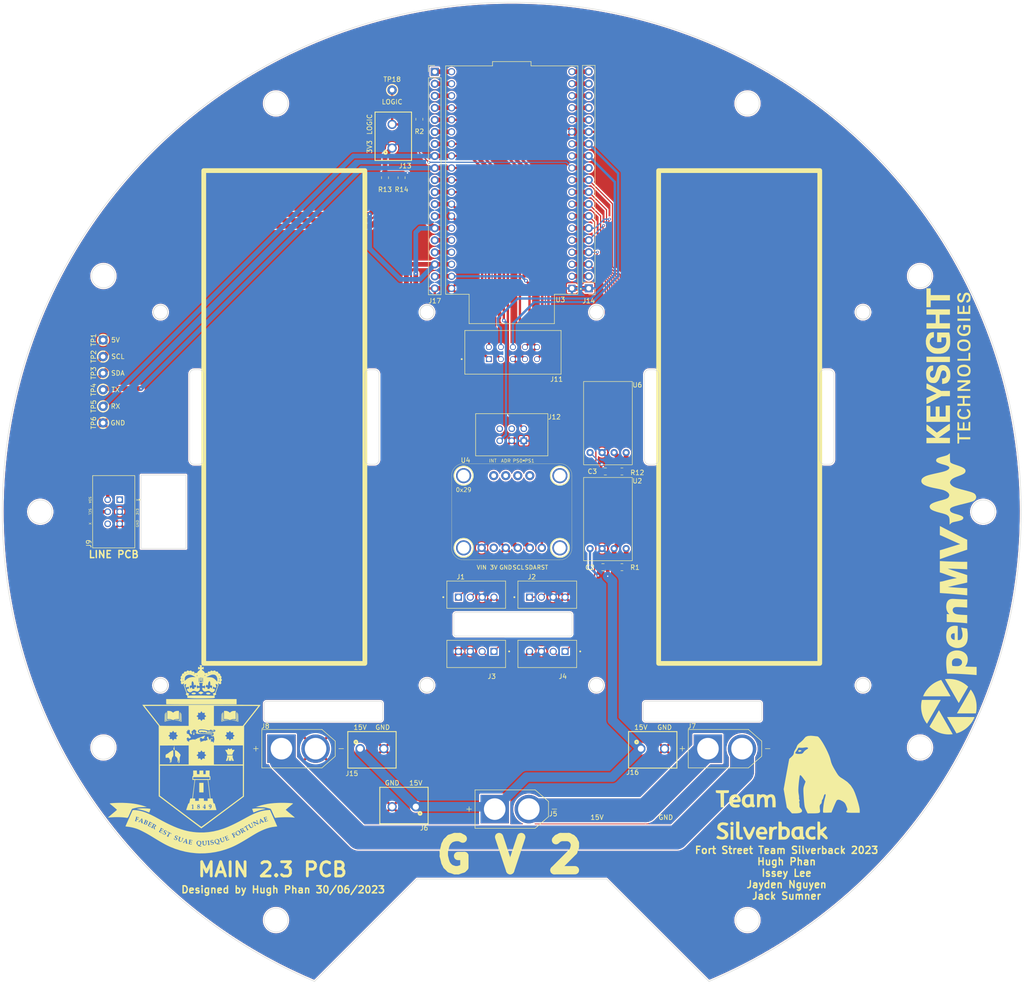
<source format=kicad_pcb>
(kicad_pcb (version 20211014) (generator pcbnew)
  (layers (0 "F.Cu" signal) (31 "B.Cu" signal) (34 "B.Paste" user) (35 "F.Paste" user) (36 "B.SilkS" user "B.Silkscreen") (37 "F.SilkS" user "F.Silkscreen") (38 "B.Mask" user) (39 "F.Mask" user) (44 "Edge.Cuts" user))
  (net 0 "")
  (net 1 "+15V")
  (net 2 "GND")
  (net 3 "/M1ENCB")
  (net 4 "/M1ENCA")
  (net 5 "/M2ENCB")
  (net 6 "/M2ENCA")
  (net 7 "/M3ENCB")
  (net 8 "/M3ENCA")
  (net 9 "/M4ENCB")
  (net 10 "/M4ENCA")
  (net 11 "Net-(J5-PadN)")
  (net 12 "Net-(J7-PadN)")
  (net 13 "+3.3V")
  (net 14 "/SDA")
  (net 15 "/SCL")
  (net 17 "/DIR1 (1)")
  (net 18 "/PWM1 (1)")
  (net 19 "/DIR2 (2)")
  (net 20 "/PWM2 (2)")
  (net 21 "/DIR1 (3)")
  (net 22 "/PWM1 (3)")
  (net 23 "/DIR2 (4)")
  (net 24 "/PWM2 (4)")
  (net 25 "/TX")
  (net 26 "/RX")
  (net 29 "/LOGIC_SWTICH")
  (net 30 "Net-(J14-Pad19)")
  (net 31 "Net-(J14-Pad2)")
  (net 32 "Net-(J17-Pad15)")
  (net 33 "Net-(J17-Pad16)")
  (net 34 "Net-(J14-Pad15)")
  (net 35 "Net-(J14-Pad16)")
  (net 36 "Net-(J14-Pad17)")
  (net 37 "Net-(J14-Pad18)")
  (net 38 "Net-(J17-Pad1)")
  (net 39 "Net-(J17-Pad2)")
  (net 40 "Net-(J17-Pad3)")
  (net 41 "/RST")
  (net 42 "Net-(J17-Pad6)")
  (net 43 "Net-(R1-Pad1)")
  (net 50 "Net-(R12-Pad1)")
  (footprint "2.3 PCBs:Adafruit IMU BNO055" (layer "F.Cu") (at 200 150)
    (fp_text reference "U4")
    (fp_text value "Adafruit_BNO055_STEMMA_QT")
  )
  (footprint "Capacitor_SMD:C_0805_2012Metric" (layer "F.Cu") (at 219.75 141.5 180)
    (fp_text reference "C3")
    (fp_text value "10UF")
  )
  (footprint "Capacitor_SMD:C_0805_2012Metric" (layer "F.Cu") (at 219.25 161.7 180)
    (fp_text reference "C2")
    (fp_text value "10UF")
  )
  (footprint "Box IDC header 2x3:Box IDC header 2x3" (layer "F.Cu") (at 116 150 -90)
    (fp_text reference "J9")
    (fp_text value "Line PCB")
  )
  (footprint "XT60-M:XT60-M" (layer "F.Cu") (at 200 212.75)
    (fp_text reference "J5")
    (fp_text value "XT60-M")
  )
  (footprint "TestPoint:TestPoint_THTPad_D2.0mm_Drill1.0mm" (layer "F.Cu") (at 113.75 131.25 90)
    (fp_text reference "TP6")
    (fp_text value "TestPoint - GND")
  )
  (footprint "TestPoint:TestPoint_THTPad_D2.0mm_Drill1.0mm" (layer "F.Cu") (at 113.75 113.75 90)
    (fp_text reference "TP1")
    (fp_text value "TestPoint - 3V3")
  )
  (footprint "B4B-XH-A_LF__SN_:JST_B4B-XH-A(LF)(SN)" (layer "F.Cu") (at 207.5 180 180)
    (fp_text reference "J4")
    (fp_text value "JST-XH M4 ENC")
  )
  (footprint "2.3 PCBs:MPM3610 3.3V Buck Converter Breakout - 21V In 3.3V Out at 1.2A" (layer "F.Cu") (at 215.25 142.855)
    (fp_text reference "U2")
    (fp_text value "MPM3610_3.3V_Buck_Converter_Breakout_-_21V_In_3.3V_Out_at_1.2A")
  )
  (footprint "LOGO" (layer "F.Cu") (at 292.25 127.5 90)
    (fp_text reference "G***" hide)
    (fp_text value "LOGO" hide)
  )
  (footprint "TestPoint:TestPoint_THTPad_D2.0mm_Drill1.0mm" (layer "F.Cu") (at 113.75 124.25 90)
    (fp_text reference "TP4")
    (fp_text value "TestPoint - TX")
  )
  (footprint "Connector_PinHeader_2.54mm:PinHeader_1x19_P2.54mm_Vertical" (layer "F.Cu") (at 183.75 57.15)
    (fp_text reference "J17")
    (fp_text value "Conn_01x19_Male")
  )
  (footprint "XT60-M:XT60-M" (layer "F.Cu") (at 245 200)
    (fp_text reference "J7")
    (fp_text value "XT60-M")
  )
  (footprint "TestPoint:TestPoint_THTPad_D2.0mm_Drill1.0mm" (layer "F.Cu") (at 174.75 61)
    (fp_text reference "TP18")
    (fp_text value "LOGIC_SWITCH")
  )
  (footprint "5mm Pitch 2-Pin Screw Terminal Block:5mm Pitch 2-Pin Screw Terminal Block" (layer "F.Cu") (at 174.75 70.75 90)
    (property "VALUE" "691137710002")
    (fp_text reference "J13")
    (fp_text value "Logic Switch")
  )
  (footprint "Connector_PinHeader_2.54mm:PinHeader_1x19_P2.54mm_Vertical" (layer "F.Cu") (at 216.25 102.85 180)
    (fp_text reference "J14")
    (fp_text value "Conn_01x19_Male")
  )
  (footprint "Resistor_SMD:R_0805_2012Metric" (layer "F.Cu") (at 180.5 67.1625 -90)
    (fp_text reference "R2")
    (fp_text value "10K")
  )
  (footprint "TestPoint:TestPoint_THTPad_D2.0mm_Drill1.0mm" (layer "F.Cu") (at 113.75 117.25 90)
    (fp_text reference "TP2")
    (fp_text value "TestPoint - SCL")
  )
  (footprint "LOGO" (layer "F.Cu") (at 292.25 175 90)
    (fp_text reference "G***" hide)
    (fp_text value "LOGO" hide)
  )
  (footprint "TestPoint:TestPoint_THTPad_D2.0mm_Drill1.0mm" (layer "F.Cu") (at 113.75 127.75 90)
    (fp_text reference "TP5")
    (fp_text value "TestPoint - RX")
  )
  (footprint "5mm Pitch 2-Pin Screw Terminal Block:5mm Pitch 2-Pin Screw Terminal Block" (layer "F.Cu") (at 177.25 212.25 180)
    (property "VALUE" "691137710002")
    (fp_text reference "J6")
    (fp_text value "Voltmeter")
  )
  (footprint "5mm Pitch 2-Pin Screw Terminal Block:5mm Pitch 2-Pin Screw Terminal Block" (layer "F.Cu") (at 170.5 200)
    (property "VALUE" "691137710002")
    (fp_text reference "J15")
    (fp_text value "Motor Driver 1 Power")
  )
  (footprint "2.3 PCBs:MPM3610 3.3V Buck Converter Breakout - 21V In 3.3V Out at 1.2A" (layer "F.Cu") (at 215.25 122.605)
    (fp_text reference "U6")
    (fp_text value "MPM3610_3.3V_Buck_Converter_Breakout_-_21V_In_3.3V_Out_at_1.2A")
  )
  (footprint "LOGO" (layer "F.Cu") (at 134.5 202.25)
    (fp_text reference "G***" hide)
    (fp_text value "LOGO" hide)
  )
  (footprint "Resistor_SMD:R_0805_2012Metric" (layer "F.Cu") (at 223.25 161.7 180)
    (fp_text reference "R1")
    (fp_text value "100K")
  )
  (footprint "ESP32-DEVKITC:MODULE_ESP32-DEVKITC" (layer "F.Cu") (at 200 80 180)
    (fp_text reference "U3")
    (fp_text value "ESP32-DEVKITC")
  )
  (footprint "B4B-XH-A_LF__SN_:JST_B4B-XH-A(LF)(SN)" (layer "F.Cu") (at 192.5 180 180)
    (fp_text reference "J3")
    (fp_text value "JST-XH M3 ENC")
  )
  (footprint "Box IDC header 2x5:Box IDC header 2x5" (layer "F.Cu") (at 195.17 117.79)
    (fp_text reference "J11")
    (fp_text value "Motor Driver Inputs")
  )
  (footprint "Resistor_SMD:R_0805_2012Metric" (layer "F.Cu") (at 176.75 79.5 90)
    (fp_text reference "R14")
    (fp_text value "10K")
  )
  (footprint "B4B-XH-A_LF__SN_:JST_B4B-XH-A(LF)(SN)" (layer "F.Cu") (at 192.5 167.5)
    (fp_text reference "J1")
    (fp_text value "JST-XH M1 ENC")
  )
  (footprint "LOGO" (layer "F.Cu") (at 256.510274 198.109473)
    (fp_text reference "G***" hide)
    (fp_text value "LOGO" hide)
  )
  (footprint "B4B-XH-A_LF__SN_:JST_B4B-XH-A(LF)(SN)" (layer "F.Cu") (at 207.5 167.5)
    (fp_text reference "J2")
    (fp_text value "JST-XH M2 ENC")
  )
  (footprint "Resistor_SMD:R_0805_2012Metric" (layer "F.Cu") (at 173.25 79.5 90)
    (fp_text reference "R13")
    (fp_text value "10K")
  )
  (footprint "Resistor_SMD:R_0805_2012Metric" (layer "F.Cu") (at 223.25 141.5 180)
    (fp_text reference "R12")
    (fp_text value "100K")
  )
  (footprint "XT60-M:XT60-M" (layer "F.Cu") (at 155 200)
    (fp_text reference "J8")
    (fp_text value "XT60-M")
  )
  (footprint "TestPoint:TestPoint_THTPad_D2.0mm_Drill1.0mm" (layer "F.Cu") (at 113.75 120.75 90)
    (fp_text reference "TP3")
    (fp_text value "TestPoint - SDA")
  )
  (footprint "5mm Pitch 2-Pin Screw Terminal Block:5mm Pitch 2-Pin Screw Terminal Block" (layer "F.Cu") (at 229.75 200)
    (property "VALUE" "691137710002")
    (fp_text reference "J16")
    (fp_text value "Motor Driver 2 Power")
  )
  (footprint "Box IDC header 2x3:Box IDC header 2x3" (layer "F.Cu") (at 200 133.75 180)
    (fp_text reference "J12")
    (fp_text value "OpenMV H7")
  )
  (gr_rect (start 135 78) (end 169 182) (layer "F.SilkS") (width 1) (fill none))
  (gr_rect (start 231 78) (end 265 182) (layer "F.SilkS") (width 1) (fill none))
  (gr_circle (center 100.5 150) (end 103 150) (layer "Edge.Cuts") (width 0.1) (fill none))
  (gr_arc (start 228.25 194.25) (mid 227.896447 194.103553) (end 227.75 193.75) (layer "Edge.Cuts") (width 0.1))
  (gr_line (start 158.38266 249.11734) (end 180 227.5) (layer "Edge.Cuts") (width 0.1))
  (gr_arc (start 133 140) (mid 132.292893 139.707107) (end 132 139) (layer "Edge.Cuts") (width 0.1))
  (gr_rect (start 131.25 142.25) (end 121.75 157.75) (layer "Edge.Cuts") (width 0.1) (fill none))
  (gr_circle (center 150.25 236.169528) (end 152.75 236.169528) (layer "Edge.Cuts") (width 0.1) (fill none))
  (gr_line (start 212.75 175.75) (end 212.75 171.75) (layer "Edge.Cuts") (width 0.1))
  (gr_line (start 148.25 194.25) (end 172.25 194.25) (layer "Edge.Cuts") (width 0.1))
  (gr_circle (center 182.12 186.62) (end 183.62 186.62) (layer "Edge.Cuts") (width 0.15) (fill none))
  (gr_circle (center 125.88 107.88) (end 127.38 107.88) (layer "Edge.Cuts") (width 0.15) (fill none))
  (gr_line (start 228.25 194.25) (end 252.25 194.25) (layer "Edge.Cuts") (width 0.1))
  (gr_arc (start 172 139) (mid 171.707107 139.707107) (end 171 140) (layer "Edge.Cuts") (width 0.1))
  (gr_line (start 133 140) (end 134 140) (layer "Edge.Cuts") (width 0.1))
  (gr_line (start 266 120) (end 267 120) (layer "Edge.Cuts") (width 0.1))
  (gr_arc (start 169 121) (mid 169.292893 120.292893) (end 170 120) (layer "Edge.Cuts") (width 0.1))
  (gr_circle (center 150.25 63.830472) (end 152.75 63.830472) (layer "Edge.Cuts") (width 0.1) (fill none))
  (gr_arc (start 132 121) (mid 132.292893 120.292893) (end 133 120) (layer "Edge.Cuts") (width 0.1))
  (gr_line (start 227.75 190.5) (end 227.75 193.75) (layer "Edge.Cuts") (width 0.1))
  (gr_line (start 132 139) (end 132 121) (layer "Edge.Cuts") (width 0.1))
  (gr_arc (start 158.38266 249.11734) (mid 200 42.5) (end 241.61734 249.11734) (layer "Edge.Cuts") (width 0.1))
  (gr_circle (center 274.12 107.88) (end 272.62 107.88) (layer "Edge.Cuts") (width 0.15) (fill none))
  (gr_circle (center 217.88 186.62) (end 217.88 185.12) (layer "Edge.Cuts") (width 0.15) (fill none))
  (gr_line (start 172 121) (end 172 139) (layer "Edge.Cuts") (width 0.1))
  (gr_circle (center 182.12 107.88) (end 183.62 107.88) (layer "Edge.Cuts") (width 0.15) (fill none))
  (gr_arc (start 267 120) (mid 267.707107 120.292893) (end 268 121) (layer "Edge.Cuts") (width 0.1))
  (gr_circle (center 125.88 186.63) (end 127.38 186.63) (layer "Edge.Cuts") (width 0.15) (fill none))
  (gr_line (start 231 121) (end 231 139) (layer "Edge.Cuts") (width 0.1))
  (gr_line (start 188.25 176.25) (end 212.25 176.25) (layer "Edge.Cuts") (width 0.1))
  (gr_line (start 187.75 171.75) (end 187.75 175.75) (layer "Edge.Cuts") (width 0.1))
  (gr_arc (start 266 140) (mid 265.292893 139.707107) (end 265 139) (layer "Edge.Cuts") (width 0.1))
  (gr_arc (start 212.25 171.25) (mid 212.603553 171.396447) (end 212.75 171.75) (layer "Edge.Cuts") (width 0.1))
  (gr_line (start 228 139) (end 228 121) (layer "Edge.Cuts") (width 0.1))
  (gr_circle (center 286.169528 199.75) (end 288.669528 199.75) (layer "Edge.Cuts") (width 0.1) (fill none))
  (gr_line (start 265 139) (end 265 121) (layer "Edge.Cuts") (width 0.1))
  (gr_circle (center 113.830472 100.25) (end 116.330472 100.25) (layer "Edge.Cuts") (width 0.1) (fill none))
  (gr_arc (start 229 140) (mid 228.292893 139.707107) (end 228 139) (layer "Edge.Cuts") (width 0.1))
  (gr_line (start 229 140) (end 230 140) (layer "Edge.Cuts") (width 0.1))
  (gr_arc (start 252.25 190) (mid 252.603553 190.146447) (end 252.75 190.5) (layer "Edge.Cuts") (width 0.1))
  (gr_line (start 135 121) (end 135 139) (layer "Edge.Cuts") (width 0.1))
  (gr_arc (start 170 140) (mid 169.292893 139.707107) (end 169 139) (layer "Edge.Cuts") (width 0.1))
  (gr_arc (start 148.25 194.25) (mid 147.896447 194.103553) (end 147.75 193.75) (layer "Edge.Cuts") (width 0.1))
  (gr_circle (center 249.75 63.830472) (end 252.25 63.830472) (layer "Edge.Cuts") (width 0.1) (fill none))
  (gr_line (start 172.75 193.75) (end 172.75 190.5) (layer "Edge.Cuts") (width 0.1))
  (gr_line (start 172.25 190) (end 148.25 190) (layer "Edge.Cuts") (width 0.1))
  (gr_circle (center 299.5 150) (end 302 150) (layer "Edge.Cuts") (width 0.1) (fill none))
  (gr_line (start 229 120) (end 230 120) (layer "Edge.Cuts") (width 0.1))
  (gr_line (start 252.25 190) (end 228.25 190) (layer "Edge.Cuts") (width 0.1))
  (gr_line (start 268 121) (end 268 139) (layer "Edge.Cuts") (width 0.1))
  (gr_circle (center 249.75 236.169528) (end 252.25 236.169528) (layer "Edge.Cuts") (width 0.1) (fill none))
  (gr_arc (start 147.75 190.5) (mid 147.896447 190.146447) (end 148.25 190) (layer "Edge.Cuts") (width 0.1))
  (gr_arc (start 134 120) (mid 134.707107 120.292893) (end 135 121) (layer "Edge.Cuts") (width 0.1))
  (gr_arc (start 172.25 190) (mid 172.603553 190.146447) (end 172.75 190.5) (layer "Edge.Cuts") (width 0.1))
  (gr_arc (start 268 139) (mid 267.707107 139.707107) (end 267 140) (layer "Edge.Cuts") (width 0.1))
  (gr_line (start 170 120) (end 171 120) (layer "Edge.Cuts") (width 0.1))
  (gr_arc (start 212.75 175.75) (mid 212.603553 176.103553) (end 212.25 176.25) (layer "Edge.Cuts") (width 0.1))
  (gr_line (start 180 227.5) (end 220 227.5) (layer "Edge.Cuts") (width 0.1))
  (gr_arc (start 230 120) (mid 230.707107 120.292893) (end 231 121) (layer "Edge.Cuts") (width 0.1))
  (gr_arc (start 227.75 190.5) (mid 227.896447 190.146447) (end 228.25 190) (layer "Edge.Cuts") (width 0.1))
  (gr_circle (center 274.12 186.62) (end 274.12 185.12) (layer "Edge.Cuts") (width 0.15) (fill none))
  (gr_line (start 220 227.5) (end 241.61734 249.11734) (layer "Edge.Cuts") (width 0.1))
  (gr_line (start 252.75 193.75) (end 252.75 190.5) (layer "Edge.Cuts") (width 0.1))
  (gr_line (start 266 140) (end 267 140) (layer "Edge.Cuts") (width 0.1))
  (gr_arc (start 228 121) (mid 228.292893 120.292893) (end 229 120) (layer "Edge.Cuts") (width 0.1))
  (gr_line (start 212.25 171.25) (end 188.25 171.25) (layer "Edge.Cuts") (width 0.1))
  (gr_arc (start 188.25 176.25) (mid 187.896447 176.103553) (end 187.75 175.75) (layer "Edge.Cuts") (width 0.1))
  (gr_line (start 147.75 190.5) (end 147.75 193.75) (layer "Edge.Cuts") (width 0.1))
  (gr_arc (start 265 121) (mid 265.292893 120.292893) (end 266 120) (layer "Edge.Cuts") (width 0.1))
  (gr_arc (start 187.75 171.75) (mid 187.896447 171.396447) (end 188.25 171.25) (layer "Edge.Cuts") (width 0.1))
  (gr_line (start 170 140) (end 171 140) (layer "Edge.Cuts") (width 0.1))
  (gr_line (start 133 120) (end 134 120) (layer "Edge.Cuts") (width 0.1))
  (gr_arc (start 171 120) (mid 171.707107 120.292893) (end 172 121) (layer "Edge.Cuts") (width 0.1))
  (gr_circle (center 113.830472 199.75) (end 116.330472 199.75) (layer "Edge.Cuts") (width 0.1) (fill none))
  (gr_arc (start 252.75 193.75) (mid 252.603553 194.103553) (end 252.25 194.25) (layer "Edge.Cuts") (width 0.1))
  (gr_circle (center 286.169528 100.25) (end 288.669528 100.25) (layer "Edge.Cuts") (width 0.1) (fill none))
  (gr_arc (start 231 139) (mid 230.707107 139.707107) (end 230 140) (layer "Edge.Cuts") (width 0.1))
  (gr_arc (start 135 139) (mid 134.707107 139.707107) (end 134 140) (layer "Edge.Cuts") (width 0.1))
  (gr_circle (center 217.88 107.88) (end 219.38 107.88) (layer "Edge.Cuts") (width 0.15) (fill none))
  (gr_arc (start 172.75 193.75) (mid 172.603553 194.103553) (end 172.25 194.25) (layer "Edge.Cuts") (width 0.1))
  (gr_line (start 169 139) (end 169 121) (layer "Edge.Cuts") (width 0.1))
  (gr_text "GND" (at 232.25 195.5) (layer "F.SilkS") (effects (font (size 1 1))))
  (gr_text "LOGIC" (at 174.75 63.5) (layer "F.SilkS") (effects (font (size 1 1))))
  (gr_text "GND" (at 172.75 195.5) (layer "F.SilkS") (effects (font (size 1 1))))
  (gr_text "X" (at 111 152.5 270) (layer "F.SilkS") (effects (font (size 0.5 0.5) (thickness 0.075))))
  (gr_text "SDA" (at 111 147.5 270) (layer "F.SilkS") (effects (font (size 0.5 0.5) (thickness 0.075))))
  (gr_text "Fort Street Team Silverback 2023\nHugh Phan\nIssey Lee\nJayden Nguyen\nJack Sumner" (at 258 226.25) (layer "F.SilkS") (effects (font (size 1.5 1.5) (thickness 0.3))))
  (gr_text "LINE PCB" (at 116 159) (layer "F.SilkS") (effects (font (size 1.5 1.5) (thickness 0.3))))
  (gr_text "GND" (at 174.75 207.25) (layer "F.SilkS") (effects (font (size 1 1))))
  (gr_text "SDA" (at 204 161.75) (layer "F.SilkS") (effects (font (size 0.87376 0.87376) (thickness 0.14224))))
  (gr_text "TX" (at 116.375 124.25) (layer "F.SilkS") (effects (font (size 1 1))))
  (gr_text "Designed by Hugh Phan 30/06/2023" (at 151.75 229.75) (layer "F.SilkS") (effects (font (size 1.5 1.5) (thickness 0.3))))
  (gr_text "X" (at 121 147.5 90) (layer "F.SilkS") (effects (font (size 0.5 0.5) (thickness 0.075))))
  (gr_text "15V" (at 179.75 207.25) (layer "F.SilkS") (effects (font (size 1 1))))
  (gr_text "LOGIC" (at 170 68.25 90) (layer "F.SilkS") (effects (font (size 1 1))))
  (gr_text "GND" (at 232.5 214.5) (layer "F.SilkS") (effects (font (size 1 1))))
  (gr_text "15V" (at 168 195.5) (layer "F.SilkS") (effects (font (size 1 1))))
  (gr_text "SCL" (at 111 150 270) (layer "F.SilkS") (effects (font (size 0.5 0.5) (thickness 0.075))))
  (gr_text "SDA" (at 116.875 120.75) (layer "F.SilkS") (effects (font (size 1 1))))
  (gr_text "GND" (at 116.875 131.25) (layer "F.SilkS") (effects (font (size 1 1))))
  (gr_text "RX" (at 116.375 127.75) (layer "F.SilkS") (effects (font (size 1 1))))
  (gr_text "5V" (at 116.375 113.75) (layer "F.SilkS") (effects (font (size 1 1))))
  (gr_text "SCL" (at 116.875 117.25) (layer "F.SilkS") (effects (font (size 1 1))))
  (gr_text "GND" (at 121 152.5 90) (layer "F.SilkS") (effects (font (size 0.5 0.5) (thickness 0.075))))
  (gr_text "MAIN 2.3 PCB" (at 149.5 225.5) (layer "F.SilkS") (effects (font (size 3 3) (thickness 0.6))))
  (gr_text "3V3" (at 121 150 90) (layer "F.SilkS") (effects (font (size 0.5 0.5) (thickness 0.075))))
  (gr_text "3V3" (at 170 73 90) (layer "F.SilkS") (effects (font (size 1 1))))
  (gr_text "15V" (at 218 214.5) (layer "F.SilkS") (effects (font (size 1 1))))
  (gr_text "G V 2" (at 199.5 222.5) (layer "F.SilkS") (effects (font (size 7 7) (thickness 1.75))))
  (gr_text "15V" (at 227.25 195.5) (layer "F.SilkS") (effects (font (size 1 1))))
  (segment (start 222.3375 141.5) (end 222.5 141.6625) (width 1) (layer "F.Cu") (net 1))
  (segment (start 222.5 141.6625) (end 222.5 156.776999) (width 1) (layer "F.Cu") (net 1))
  (segment (start 222.3375 138.340501) (end 222.3375 141.5) (width 1) (layer "F.Cu") (net 1))
  (segment (start 221.6 157.765) (end 221.6 160.1) (width 1) (layer "F.Cu") (net 1))
  (segment (start 220.25 163.594196) (end 220.25 161.75) (width 0.75) (layer "F.Cu") (net 1))
  (segment (start 222.3375 160.8375) (end 222.3375 161.7) (width 1) (layer "F.Cu") (net 1))
  (segment (start 221.6 160.1) (end 222.3375 160.8375) (width 1) (layer "F.Cu") (net 1))
  (segment (start 220.25 161.75) (end 220.2 161.7) (width 0.75) (layer "F.Cu") (net 1))
  (segment (start 221.511999 137.515) (end 222.3375 138.340501) (width 1) (layer "F.Cu") (net 1))
  (segment (start 220.7 141.5) (end 222.3375 141.5) (width 1) (layer "F.Cu") (net 1))
  (segment (start 222.5 156.776999) (end 221.511999 157.765) (width 1) (layer "F.Cu") (net 1))
  (segment (start 220.2 161.7) (end 222.3375 161.7) (width 1) (layer "F.Cu") (net 1))
  (via (at 220.25 163.594196) (size 0.6) (drill 0.3) (layers "F.Cu" "B.Cu") (net 1))
  (segment (start 221.25 164.644196) (end 220.225 163.619196) (width 2) (layer "B.Cu") (net 1))
  (segment (start 221.225 206) (end 227.225 200) (width 2) (layer "B.Cu") (net 1))
  (segment (start 221.25 194.025) (end 221.25 164.644196) (width 2) (layer "B.Cu") (net 1))
  (segment (start 179.75 212.25) (end 168 200.5) (width 2) (layer "B.Cu") (net 1))
  (segment (start 168 200.5) (end 168 200) (width 2) (layer "B.Cu") (net 1))
  (segment (start 203.125 206) (end 221.225 206) (width 2) (layer "B.Cu") (net 1))
  (segment (start 196.4 212.75) (end 199.975 209.175) (width 2) (layer "B.Cu") (net 1))
  (segment (start 227.225 200) (end 221.25 194.025) (width 2) (layer "B.Cu") (net 1))
  (segment (start 199.95 209.175) (end 203.125 206) (width 2) (layer "B.Cu") (net 1))
  (segment (start 179.75 212.25) (end 195.9 212.25) (width 2) (layer "B.Cu") (net 1))
  (segment (start 187.3 102.85) (end 183.77 102.85) (width 1) (layer "F.Cu") (net 2))
  (segment (start 187.3 87.61) (end 183.77 87.61) (width 1) (layer "F.Cu") (net 2))
  (segment (start 183.77 87.61) (end 183.75 87.63) (width 1) (layer "F.Cu") (net 2))
  (segment (start 219 140.8) (end 219 140) (width 0.25) (layer "F.Cu") (net 2))
  (segment (start 218.25 163.5) (end 218.25 161.75) (width 0.5) (layer "F.Cu") (net 2))
  (segment (start 212.7 69.83) (end 216.25 69.83) (width 1) (layer "F.Cu") (net 2))
  (segment (start 183.77 102.85) (end 183.75 102.87) (width 1) (layer "F.Cu") (net 2))
  (segment (start 218.25 161.75) (end 218.3 161.7) (width 0.5) (layer "F.Cu") (net 2))
  (via (at 218.25 163.5) (size 0.6) (drill 0.3) (layers "F.Cu" "B.Cu") (net 2))
  (via (at 219 140) (size 0.8) (drill 0.4) (layers "F.Cu" "B.Cu") (net 2))
  (segment (start 216.52 161.77) (end 218.25 163.5) (width 0.5) (layer "B.Cu") (net 2))
  (segment (start 216.52 157.765) (end 216.52 161.77) (width 0.5) (layer "B.Cu") (net 2))
  (segment (start 219 139.995) (end 216.52 137.515) (width 0.25) (layer "B.Cu") (net 2))
  (segment (start 219 140) (end 219 139.995) (width 0.25) (layer "B.Cu") (net 2))
  (segment (start 212.7 97.77) (end 216.25 97.77) (width 1) (layer "F.Cu") (net 3))
  (segment (start 204.5 166.3) (end 190.475 166.3) (width 0.25) (layer "F.Cu") (net 3))
  (segment (start 190.475 166.3) (end 188.75 168.025) (width 0.25) (layer "F.Cu") (net 3))
  (segment (start 219.75 109.795228) (end 212.55 116.995228) (width 0.25) (layer "F.Cu") (net 3))
  (segment (start 212.55 158.25) (end 204.5 166.3) (width 0.25) (layer "F.Cu") (net 3))
  (segment (start 219.75 101.27) (end 219.75 109.795228) (width 0.25) (layer "F.Cu") (net 3))
  (segment (start 212.55 116.995228) (end 212.55 158.25) (width 0.25) (layer "F.Cu") (net 3))
  (segment (start 216.25 97.77) (end 219.75 101.27) (width 0.25) (layer "F.Cu") (net 3))
  (segment (start 213 159.112667) (end 205.362667 166.75) (width 0.25) (layer "F.Cu") (net 4))
  (segment (start 217.5 88.86) (end 217.5 98.383604) (width 0.25) (layer "F.Cu") (net 4))
  (segment (start 216.25 87.61) (end 217.5 88.86) (width 0.25) (layer "F.Cu") (net 4))
  (segment (start 220.2 109.981624) (end 213 117.181624) (width 0.25) (layer "F.Cu") (net 4))
  (segment (start 213 117.181624) (end 213 159.112667) (width 0.25) (layer "F.Cu") (net 4))
  (segment (start 192.525 166.75) (end 191.25 168.025) (width 0.25) (layer "F.Cu") (net 4))
  (segment (start 212.7 87.61) (end 216.25 87.61) (width 1) (layer "F.Cu") (net 4))
  (segment (start 205.362667 166.75) (end 192.525 166.75) (width 0.25) (layer "F.Cu") (net 4))
  (segment (start 220.2 101.083604) (end 220.2 109.981624) (width 0.25) (layer "F.Cu") (net 4))
  (segment (start 217.5 98.383604) (end 220.2 101.083604) (width 0.25) (layer "F.Cu") (net 4))
  (segment (start 213.45 159.299063) (end 204.724063 168.025) (width 0.25) (layer "F.Cu") (net 5))
  (segment (start 218 95.3555) (end 218 98.247208) (width 0.25) (layer "F.Cu") (net 5))
  (segment (start 212.7 95.23) (end 216.25 95.23) (width 1) (layer "F.Cu") (net 5))
  (segment (start 213.45 117.36802) (end 213.45 159.299063) (width 0.25) (layer "F.Cu") (net 5))
  (segment (start 204.724063 168.025) (end 203.75 168.025) (width 0.25) (layer "F.Cu") (net 5))
  (segment (start 218 98.247208) (end 220.65 100.897208) (width 0.25) (layer "F.Cu") (net 5))
  (segment (start 218.1255 95.23) (end 218 95.3555) (width 0.25) (layer "F.Cu") (net 5))
  (segment (start 220.65 100.897208) (end 220.65 110.16802) (width 0.25) (layer "F.Cu") (net 5))
  (segment (start 220.65 110.16802) (end 213.45 117.36802) (width 0.25) (layer "F.Cu") (net 5))
  (via (at 218.1255 95.23) (size 0.6) (drill 0.3) (layers "F.Cu" "B.Cu") (net 5))
  (segment (start 218.1255 95.23) (end 216.25 95.23) (width 0.25) (layer "B.Cu") (net 5))
  (segment (start 213.9 160.375) (end 206.25 168.025) (width 0.25) (layer "F.Cu") (net 6))
  (segment (start 221.1 110.354416) (end 213.9 117.554416) (width 0.25) (layer "F.Cu") (net 6))
  (segment (start 218.75 98.360812) (end 221.1 100.710812) (width 0.25) (layer "F.Cu") (net 6))
  (segment (start 216.25 85.07) (end 218.75 87.57) (width 0.25) (layer "F.Cu") (net 6))
  (segment (start 213.9 117.554416) (end 213.9 160.375) (width 0.25) (layer "F.Cu") (net 6))
  (segment (start 212.7 85.07) (end 216.25 85.07) (width 1) (layer "F.Cu") (net 6))
  (segment (start 218.75 87.57) (end 218.75 98.360812) (width 0.25) (layer "F.Cu") (net 6))
  (segment (start 221.1 100.710812) (end 221.1 110.354416) (width 0.25) (layer "F.Cu") (net 6))
  (segment (start 221.55 100.524416) (end 221.55 110.540812) (width 0.25) (layer "F.Cu") (net 7))
  (segment (start 214.35 117.740812) (end 214.35 175.102208) (width 0.25) (layer "F.Cu") (net 7))
  (segment (start 212.702208 176.75) (end 198.975 176.75) (width 0.25) (layer "F.Cu") (net 7))
  (segment (start 221.55 110.540812) (end 214.35 117.740812) (width 0.25) (layer "F.Cu") (net 7))
  (segment (start 219.3745 89.595) (end 219.25 89.7195) (width 0.25) (layer "F.Cu") (net 7))
  (segment (start 198.975 176.75) (end 196.25 179.475) (width 0.25) (layer "F.Cu") (net 7))
  (segment (start 219.25 98.224416) (end 221.55 100.524416) (width 0.25) (layer "F.Cu") (net 7))
  (segment (start 219.25 89.7195) (end 219.25 98.224416) (width 0.25) (layer "F.Cu") (net 7))
  (segment (start 212.7 92.69) (end 216.25 92.69) (width 1) (layer "F.Cu") (net 7))
  (segment (start 214.35 175.102208) (end 212.702208 176.75) (width 0.25) (layer "F.Cu") (net 7))
  (via (at 219.3745 89.595) (size 0.6) (drill 0.3) (layers "F.Cu" "B.Cu") (net 7))
  (segment (start 219.3745 89.595) (end 219.345 89.595) (width 0.25) (layer "B.Cu") (net 7))
  (segment (start 219.345 89.595) (end 216.25 92.69) (width 0.25) (layer "B.Cu") (net 7))
  (segment (start 201.75 178.25) (end 211.838604 178.25) (width 0.25) (layer "F.Cu") (net 8))
  (segment (start 220 98.33802) (end 220 86.28) (width 0.25) (layer "F.Cu") (net 8))
  (segment (start 222 100.33802) (end 220 98.33802) (width 0.25) (layer "F.Cu") (net 8))
  (segment (start 199.446 180.554) (end 201.75 178.25) (width 0.25) (layer "F.Cu") (net 8))
  (segment (start 214.8 175.288604) (end 214.8 117.927208) (width 0.25) (layer "F.Cu") (net 8))
  (segment (start 214.8 117.927208) (end 222 110.727208) (width 0.25) (layer "F.Cu") (net 8))
  (segment (start 222 110.727208) (end 222 100.33802) (width 0.25) (layer "F.Cu") (net 8))
  (segment (start 194.829 180.554) (end 199.446 180.554) (width 0.25) (layer "F.Cu") (net 8))
  (segment (start 212.7 82.53) (end 216.25 82.53) (width 1) (layer "F.Cu") (net 8))
  (segment (start 211.838604 178.25) (end 214.8 175.288604) (width 0.25) (layer "F.Cu") (net 8))
  (segment (start 193.75 179.475) (end 194.829 180.554) (width 0.25) (layer "F.Cu") (net 8))
  (segment (start 220 86.28) (end 216.25 82.53) (width 0.25) (layer "F.Cu") (net 8))
  (segment (start 222.45 110.913604) (end 215.25 118.113604) (width 0.25) (layer "F.Cu") (net 9))
  (segment (start 220.6245 88.25) (end 220.5 88.3745) (width 0.25) (layer "F.Cu") (net 9))
  (segment (start 220.5 88.3745) (end 220.5 98.201624) (width 0.25) (layer "F.Cu") (net 9))
  (segment (start 222.45 100.151624) (end 222.45 110.913604) (width 0.25) (layer "F.Cu") (net 9))
  (segment (start 212.7 90.15) (end 216.25 90.15) (width 1) (layer "F.Cu") (net 9))
  (segment (start 215.25 118.113604) (end 215.25 175.475) (width 0.25) (layer "F.Cu") (net 9))
  (segment (start 220.5 98.201624) (end 222.45 100.151624) (width 0.25) (layer "F.Cu") (net 9))
  (segment (start 215.25 175.475) (end 211.25 179.475) (width 0.25) (layer "F.Cu") (net 9))
  (via (at 220.6245 88.25) (size 0.6) (drill 0.3) (layers "F.Cu" "B.Cu") (net 9))
  (segment (start 219.5 88.25) (end 217.6 90.15) (width 0.25) (layer "B.Cu") (net 9))
  (segment (start 217.6 90.15) (end 216.25 90.15) (width 0.25) (layer "B.Cu") (net 9))
  (segment (start 220.6245 88.25) (end 219.5 88.25) (width 0.25) (layer "B.Cu") (net 9))
  (segment (start 212.7 79.99) (end 216.25 79.99) (width 1) (layer "F.Cu") (net 10))
  (segment (start 217.475 160.986827) (end 217.475 175.408) (width 0.25) (layer "F.Cu") (net 10))
  (segment (start 222.9 99.965228) (end 222.9 111.1) (width 0.25) (layer "F.Cu") (net 10))
  (segment (start 217.475 175.408) (end 212.133 180.75) (width 0.25) (layer "F.Cu") (net 10))
  (segment (start 216.25 80) (end 221.25 85) (width 0.25) (layer "F.Cu") (net 10))
  (segment (start 221.25 85) (end 221.25 98.315228) (width 0.25) (layer "F.Cu") (net 10))
  (segment (start 210.025 180.75) (end 208.75 179.475) (width 0.25) (layer "F.Cu") (net 10))
  (segment (start 217.75 160.711827) (end 217.475 160.986827) (width 0.25) (layer "F.Cu") (net 10))
  (segment (start 221.25 98.315228) (end 222.9 99.965228) (width 0.25) (layer "F.Cu") (net 10))
  (segment (start 217.75 116.25) (end 217.75 160.711827) (width 0.25) (layer "F.Cu") (net 10))
  (segment (start 216.25 79.99) (end 216.25 80) (width 0.25) (layer "F.Cu") (net 10))
  (segment (start 212.133 180.75) (end 210.025 180.75) (width 0.25) (layer "F.Cu") (net 10))
  (segment (start 222.9 111.1) (end 217.75 116.25) (width 0.25) (layer "F.Cu") (net 10))
  (segment (start 241.4 200) (end 241.25 200) (width 5) (layer "F.Cu") (net 11))
  (segment (start 228.25 213) (end 204.35 213) (width 5) (layer "F.Cu") (net 11))
  (segment (start 204.35 213) (end 203.6 212.25) (width 5) (layer "F.Cu") (net 11))
  (segment (start 241.25 200) (end 228.25 213) (width 5) (layer "F.Cu") (net 11))
  (segment (start 228.25 213) (end 203.85 213) (width 5) (layer "B.Cu") (net 11))
  (segment (start 241.4 200) (end 241.25 200) (width 5) (layer "B.Cu") (net 11))
  (segment (start 241.25 200) (end 228.25 213) (width 5) (layer "B.Cu") (net 11))
  (segment (start 203.85 213) (end 203.6 212.75) (width 5) (layer "B.Cu") (net 11))
  (segment (start 167.75 218.75) (end 234.75 218.75) (width 5) (layer "F.Cu") (net 12))
  (segment (start 151.4 202.4) (end 167.75 218.75) (width 5) (layer "F.Cu") (net 12))
  (segment (start 234.75 218.75) (end 248.6 204.9) (width 5) (layer "F.Cu") (net 12))
  (segment (start 151.4 200) (end 151.4 202.4) (width 5) (layer "F.Cu") (net 12))
  (segment (start 248.6 204.9) (end 248.6 200) (width 5) (layer "F.Cu") (net 12))
  (segment (start 234.75 218.75) (end 248.6 204.9) (width 5) (layer "B.Cu") (net 12))
  (segment (start 167.75 218.75) (end 234.75 218.75) (width 5) (layer "B.Cu") (net 12))
  (segment (start 151.4 202.4) (end 167.75 218.75) (width 5) (layer "B.Cu") (net 12))
  (segment (start 248.6 204.9) (end 248.6 200) (width 5) (layer "B.Cu") (net 12))
  (segment (start 151.4 200) (end 151.4 202.4) (width 5) (layer "B.Cu") (net 12))
  (segment (start 173.25 78.5875) (end 176.75 78.5875) (width 1) (layer "F.Cu") (net 13))
  (segment (start 173.25 74.75) (end 173.25 78.5875) (width 1) (layer "F.Cu") (net 13))
  (segment (start 174.75 73.25) (end 173.25 74.75) (width 1) (layer "F.Cu") (net 13))
  (segment (start 212.7 102.85) (end 216.25 102.85) (width 1) (layer "F.Cu") (net 13))
  (segment (start 176.75 78.5) (end 178 78.5) (width 0.5) (layer "F.Cu") (net 13))
  (via (at 178 78.5) (size 0.6) (drill 0.3) (layers "F.Cu" "B.Cu") (net 13))
  (segment (start 214.5 171.5) (end 212.75 169.75) (width 1) (layer "B.Cu") (net 13))
  (segment (start 207.704 180.929) (end 212.704 180.929) (width 1) (layer "B.Cu") (net 13))
  (segment (start 206.25 179.475) (end 207.704 180.929) (width 1) (layer "B.Cu") (net 13))
  (segment (start 195.204 166.571) (end 193.75 168.025) (width 1) (layer "B.Cu") (net 13))
  (segment (start 204.796 180.929) (end 192.704 180.929) (width 1) (layer "B.Cu") (net 13))
  (segment (start 214.5 179.133) (end 214.5 171.5) (width 1) (layer "B.Cu") (net 13))
  (segment (start 208.75 168.025) (end 207.296 166.571) (width 1) (layer "B.Cu") (net 13))
  (segment (start 207.296 166.571) (end 195.204 166.571) (width 1) (layer "B.Cu") (net 13))
  (segment (start 210.475 169.75) (end 208.75 168.025) (width 1) (layer "B.Cu") (net 13))
  (segment (start 212.75 169.75) (end 210.475 169.75) (width 1) (layer "B.Cu") (net 13))
  (segment (start 192.704 180.929) (end 191.25 179.475) (width 1) (layer "B.Cu") (net 13))
  (segment (start 212.704 180.929) (end 214.5 179.133) (width 1) (layer "B.Cu") (net 13))
  (segment (start 206.25 179.475) (end 204.796 180.929) (width 1) (layer "B.Cu") (net 13))
  (segment (start 114.75 147.44) (end 114.75 140) (width 0.75) (layer "F.Cu") (net 14))
  (segment (start 179.75 126) (end 194.2 140.45) (width 1) (layer "F.Cu") (net 14))
  (segment (start 113.875 120.75) (end 113.875 120.625) (width 1) (layer "F.Cu") (net 14))
  (segment (start 113.875 120.625) (end 120.75 113.75) (width 1) (layer "F.Cu") (net 14))
  (segment (start 114.75 140) (end 111 136.25) (width 0.75) (layer "F.Cu") (net 14))
  (segment (start 176.75 80.4125) (end 176.75 83.21) (width 1) (layer "F.Cu") (net 14))
  (segment (start 140 89.75) (end 170.25 89.75) (width 1) (layer "F.Cu") (net 14))
  (segment (start 194.2 140.45) (end 194.2 148.01) (width 1) (layer "F.Cu") (net 14))
  (segment (start 111 136.25) (end 111 123.5) (width 0.75) (layer "F.Cu") (net 14))
  (segment (start 183.77 90.15) (end 183.75 90.17) (width 1) (layer "F.Cu") (net 14))
  (segment (start 179.75 99.75) (end 179.75 126) (width 1) (layer "F.Cu") (net 14))
  (segment (start 176.75 83.25) (end 176.75 80.4125) (width 1) (layer "F.Cu") (net 14))
  (segment (start 120.75 109) (end 140 89.75) (width 1) (layer "F.Cu") (net 14))
  (segment (start 120.75 113.75) (end 120.75 109) (width 1) (layer "F.Cu") (net 14))
  (segment (start 111 123.5) (end 113.75 120.75) (width 0.75) (layer "F.Cu") (net 14))
  (segment (start 194.2 148.01) (end 203.81 157.62) (width 1) (layer "F.Cu") (net 14))
  (segment (start 176.75 83.21) (end 183.71 90.17) (width 1) (layer "F.Cu") (net 14))
  (segment (start 187.3 90.15) (end 183.77 90.15) (width 1) (layer "F.Cu") (net 14))
  (segment (start 170.25 89.75) (end 176.75 83.25) (width 1) (layer "F.Cu") (net 14))
  (segment (start 183.71 90.17) (end 183.75 90.17) (width 1) (layer "F.Cu") (net 14))
  (segment (start 114.73 147.46) (end 114.75 147.44) (width 0.75) (layer "F.Cu") (net 14))
  (via (at 179.75 99.75) (size 0.6) (drill 0.3) (layers "F.Cu" "B.Cu") (net 14))
  (segment (start 179.75 91.052944) (end 180.632944 90.17) (width 1) (layer "B.Cu") (net 14))
  (segment (start 180.632944 90.17) (end 183.75 90.17) (width 1) (layer "B.Cu") (net 14))
  (segment (start 179.75 99.75) (end 179.75 91.052944) (width 1) (layer "B.Cu") (net 14))
  (segment (start 187.3 97.77) (end 183.77 97.77) (width 1) (layer "F.Cu") (net 15))
  (segment (start 201.27 157.62) (end 192.356 148.706) (width 1) (layer "F.Cu") (net 15))
  (segment (start 109 122) (end 113.75 117.25) (width 0.75) (layer "F.Cu") (net 15))
  (segment (start 192.356 148.706) (end 192.356 141.348686) (width 1) (layer "F.Cu") (net 15))
  (segment (start 117.75 107) (end 137.5 87.25) (width 1) (layer "F.Cu") (net 15))
  (segment (start 178.71 97.79) (end 183.75 97.79) (width 1) (layer "F.Cu") (net 15))
  (segment (start 137.5 87.25) (end 170 87.25) (width 1) (layer "F.Cu") (net 15))
  (segment (start 111.75 140) (end 109 137.25) (width 0.75) (layer "F.Cu") (net 15))
  (segment (start 114.73 150) (end 112.75 150) (width 0.75) (layer "F.Cu") (net 15))
  (segment (start 177.75 126.742686) (end 177.75 98.75) (width 1) (layer "F.Cu") (net 15))
  (segment (start 192.356 141.348686) (end 177.75 126.742686) (width 1) (layer "F.Cu") (net 15))
  (segment (start 117.75 113.375) (end 117.75 107) (width 1) (layer "F.Cu") (net 15))
  (segment (start 183.77 97.77) (end 183.75 97.79) (width 1) (layer "F.Cu") (net 15))
  (segment (start 177.75 98.75) (end 178.71 97.79) (width 1) (layer "F.Cu") (net 15))
  (segment (start 112.75 150) (end 111.75 149) (width 0.75) (layer "F.Cu") (net 15))
  (segment (start 173.25 84) (end 170 87.25) (width 1) (layer "F.Cu") (net 15))
  (segment (start 173.25 80.4125) (end 173.25 84) (width 1) (layer "F.Cu") (net 15))
  (segment (start 109 137.25) (end 109 122) (width 0.75) (layer "F.Cu") (net 15))
  (segment (start 111.75 149) (end 111.75 140) (width 0.75) (layer "F.Cu") (net 15))
  (segment (start 113.875 117.25) (end 117.75 113.375) (width 1) (layer "F.Cu") (net 15))
  (via (at 170 87.25) (size 0.6) (drill 0.3) (layers "F.Cu" "B.Cu") (net 15))
  (segment (start 170 94.447056) (end 176.502944 100.95) (width 1) (layer "B.Cu") (net 15))
  (segment (start 170 87.25) (end 170 94.447056) (width 1) (layer "B.Cu") (net 15))
  (segment (start 180.59 100.95) (end 183.75 97.79) (width 1) (layer "B.Cu") (net 15))
  (segment (start 176.502944 100.95) (end 180.59 100.95) (width 1) (layer "B.Cu") (net 15))
  (segment (start 193.75 116.37) (end 193.75 91.52) (width 0.5) (layer "F.Cu") (net 17))
  (segment (start 183.77 85.07) (end 183.75 85.09) (width 1) (layer "F.Cu") (net 17))
  (segment (start 193.75 91.52) (end 187.3 85.07) (width 0.5) (layer "F.Cu") (net 17))
  (segment (start 195.17 117.79) (end 193.75 116.37) (width 0.5) (layer "F.Cu") (net 17))
  (segment (start 187.3 85.07) (end 183.77 85.07) (width 1) (layer "F.Cu") (net 17))
  (segment (start 195.2075 86.217551) (end 191.519949 82.53) (width 0.5) (layer "F.Cu") (net 18))
  (segment (start 195.17 115.25) (end 195.2075 115.2125) (width 0.5) (layer "F.Cu") (net 18))
  (segment (start 187.3 82.53) (end 183.77 82.53) (width 1) (layer "F.Cu") (net 18))
  (segment (start 195.2075 115.2125) (end 195.2075 86.217551) (width 0.5) (layer "F.Cu") (net 18))
  (segment (start 183.77 82.53) (end 183.75 82.55) (width 1) (layer "F.Cu") (net 18))
  (segment (start 191.519949 82.53) (end 187.3 82.53) (width 0.5) (layer "F.Cu") (net 18))
  (segment (start 197.71 117.79) (end 196.5 116.58) (width 0.5) (layer "F.Cu") (net 19))
  (segment (start 196.5 85.260051) (end 191.229949 79.99) (width 0.5) (layer "F.Cu") (net 19))
  (segment (start 191.229949 79.99) (end 187.3 79.99) (width 0.5) (layer "F.Cu") (net 19))
  (segment (start 187.3 79.99) (end 183.77 79.99) (width 1) (layer "F.Cu") (net 19))
  (segment (start 196.5 116.58) (end 196.5 85.260051) (width 0.5) (layer "F.Cu") (net 19))
  (segment (start 183.77 79.99) (end 183.75 80.01) (width 1) (layer "F.Cu") (net 19))
  (segment (start 212.7 74.91) (end 216.25 74.91) (width 1) (layer "F.Cu") (net 20))
  (segment (start 197.71 111.21) (end 197.71 115.25) (width 0.5) (layer "B.Cu") (net 20))
  (segment (start 197.09 109.16) (end 197.09 110.59) (width 0.5) (layer "B.Cu") (net 20))
  (segment (start 216.25 74.91) (end 221.75 80.41) (width 0.5) (layer "B.Cu") (net 20))
  (segment (start 221.75 80.41) (end 221.75 99.95) (width 0.5) (layer "B.Cu") (net 20))
  (segment (start 197.09 110.59) (end 197.71 111.21) (width 0.5) (layer "B.Cu") (net 20))
  (segment (start 201.25 105) (end 197.09 109.16) (width 0.5) (layer "B.Cu") (net 20))
  (segment (start 221.75 99.95) (end 216.7 105) (width 0.5) (layer "B.Cu") (net 20))
  (segment (start 216.7 105) (end 201.25 105) (width 0.5) (layer "B.Cu") (net 20))
  (segment (start 212.7 72.37) (end 216.25 72.37) (width 1) (layer "F.Cu") (net 21))
  (segment (start 222.45 78.57) (end 216.25 72.37) (width 0.5) (layer "B.Cu") (net 21))
  (segment (start 217 105.75) (end 222.45 100.3) (width 0.5) (layer "B.Cu") (net 21))
  (segment (start 204.75 105.75) (end 217 105.75) (width 0.5) (layer "B.Cu") (net 21))
  (segment (start 200.25 115.25) (end 200.25 110.25) (width 0.5) (layer "B.Cu") (net 21))
  (segment (start 200.25 110.25) (end 204.75 105.75) (width 0.5) (layer "B.Cu") (net 21))
  (segment (start 222.45 100.3) (end 222.45 78.57) (width 0.5) (layer "B.Cu") (net 21))
  (segment (start 183.77 72.37) (end 183.75 72.39) (width 1) (layer "F.Cu") (net 22))
  (segment (start 201.72 116.72) (end 201.72 82.840051) (width 0.5) (layer "F.Cu") (net 22))
  (segment (start 191.249949 72.37) (end 187.3 72.37) (width 0.5) (layer "F.Cu") (net 22))
  (segment (start 187.3 72.37) (end 183.77 72.37) (width 1) (layer "F.Cu") (net 22))
  (segment (start 201.72 82.840051) (end 191.249949 72.37) (width 0.5) (layer "F.Cu") (net 22))
  (segment (start 202.79 117.79) (end 201.72 116.72) (width 0.5) (layer "F.Cu") (net 22))
  (segment (start 203.75 114.29) (end 202.79 115.25) (width 0.5) (layer "F.Cu") (net 23))
  (segment (start 203.75 102) (end 203.75 114.29) (width 0.5) (layer "F.Cu") (net 23))
  (segment (start 187.3 100.31) (end 183.77 100.31) (width 1) (layer "F.Cu") (net 23))
  (segment (start 203 101.25) (end 203.75 102) (width 0.5) (layer "F.Cu") (net 23))
  (segment (start 183.77 100.31) (end 183.75 100.33) (width 1) (layer "F.Cu") (net 23))
  (via (at 203 101.25) (size 0.8) (drill 0.4) (layers "F.Cu" "B.Cu") (net 23))
  (segment (start 203 101.25) (end 202.06 100.31) (width 0.5) (layer "B.Cu") (net 23))
  (segment (start 202.06 100.31) (end 187.3 100.31) (width 0.5) (layer "B.Cu") (net 23))
  (segment (start 191.249949 67.29) (end 187.3 67.29) (width 0.5) (layer "F.Cu") (net 24))
  (segment (start 183.77 67.29) (end 183.75 67.31) (width 1) (layer "F.Cu") (net 24))
  (segment (start 206.4375 82.477551) (end 191.249949 67.29) (width 0.5) (layer "F.Cu") (net 24))
  (segment (start 187.3 67.29) (end 183.77 67.29) (width 1) (layer "F.Cu") (net 24))
  (segment (start 205.33 117.79) (end 206.4375 116.6825) (width 0.5) (layer "F.Cu") (net 24))
  (segment (start 206.4375 116.6825) (end 206.4375 82.477551) (width 0.5) (layer "F.Cu") (net 24))
  (segment (start 191.45 77.45) (end 187.3 77.45) (width 0.5) (layer "F.Cu") (net 25))
  (segment (start 121.75 124) (end 114 124) (width 1) (layer "F.Cu") (net 25))
  (segment (start 114 124) (end 113.75 124.25) (width 1) (layer "F.Cu") (net 25))
  (segment (start 183.77 77.45) (end 183.75 77.47) (width 1) (layer "F.Cu") (net 25))
  (segment (start 198.3305 84.3305) (end 191.45 77.45) (width 0.5) (layer "F.Cu") (net 25))
  (segment (start 198.3305 109.625) (end 198.3305 84.3305) (width 0.5) (layer "F.Cu") (net 25))
  (segment (start 187.3 77.45) (end 183.77 77.45) (width 1) (layer "F.Cu") (net 25))
  (via (at 121.75 124) (size 0.6) (drill 0.3) (layers "F.Cu" "B.Cu") (net 25))
  (via (at 198.3305 109.625) (size 0.8) (drill 0.4) (layers "F.Cu" "B.Cu") (net 25))
  (segment (start 198.78 110.0745) (end 198.78 133.7) (width 0.5) (layer "B.Cu") (net 25))
  (segment (start 183.75 77.47) (end 168.28 77.47) (width 1) (layer "B.Cu") (net 25))
  (segment (start 198.3305 109.625) (end 198.78 110.0745) (width 0.5) (layer "B.Cu") (net 25))
  (segment (start 198.78 133.7) (end 197.46 135.02) (width 0.5) (layer "B.Cu") (net 25))
  (segment (start 168.28 77.47) (end 121.75 124) (width 1) (layer "B.Cu") (net 25))
  (segment (start 187.3 74.91) (end 191.16 74.91) (width 0.5) (layer "F.Cu") (net 26))
  (segment (start 191.16 74.91) (end 199.18 82.93) (width 0.5) (layer "F.Cu") (net 26))
  (segment (start 199.18 82.93) (end 199.18 129.12) (width 0.5) (layer "F.Cu") (net 26))
  (segment (start 199.18 129.12) (end 202.54 132.48) (width 0.5) (layer "F.Cu") (net 26))
  (segment (start 187.3 74.91) (end 183.77 74.91) (width 1) (layer "F.Cu") (net 26))
  (segment (start 183.77 74.91) (end 183.75 74.93) (width 1) (layer "F.Cu") (net 26))
  (segment (start 183.75 74.93) (end 166.57 74.93) (width 1) (layer "B.Cu") (net 26))
  (segment (start 166.57 74.93) (end 113.75 127.75) (width 1) (layer "B.Cu") (net 26))
  (segment (start 174.75 61) (end 174.75 68.25) (width 0.5) (layer "F.Cu") (net 29))
  (segment (start 174.75 68.25) (end 180.325 68.25) (width 0.5) (layer "F.Cu") (net 29))
  (segment (start 212.7 77.45) (end 216.25 77.45) (width 1) (layer "F.Cu") (net 29))
  (segment (start 180.5 74.25) (end 182.5 76.25) (width 0.25) (layer "F.Cu") (net 29))
  (segment (start 180.5 68.075) (end 180.5 74.25) (width 0.25) (layer "F.Cu") (net 29))
  (via (at 182.5 76.25) (size 0.6) (drill 0.3) (layers "F.Cu" "B.Cu") (net 29))
  (segment (start 182.5 76.25) (end 211.5 76.25) (width 0.25) (layer "B.Cu") (net 29))
  (segment (start 211.5 76.25) (end 212.7 77.45) (width 0.25) (layer "B.Cu") (net 29))
  (segment (start 212.7 57.13) (end 216.25 57.13) (width 1) (layer "F.Cu") (net 30))
  (segment (start 212.7 100.31) (end 216.25 100.31) (width 1) (layer "F.Cu") (net 31))
  (segment (start 187.3 92.69) (end 183.77 92.69) (width 1) (layer "F.Cu") (net 32))
  (segment (start 183.77 95.23) (end 183.75 95.25) (width 1) (layer "F.Cu") (net 33))
  (segment (start 187.3 95.23) (end 183.77 95.23) (width 1) (layer "F.Cu") (net 33))
  (segment (start 212.7 67.29) (end 216.25 67.29) (width 1) (layer "F.Cu") (net 34))
  (segment (start 212.7 64.75) (end 216.25 64.75) (width 1) (layer "F.Cu") (net 35))
  (segment (start 212.7 62.21) (end 216.25 62.21) (width 1) (layer "F.Cu") (net 36))
  (segment (start 212.7 59.67) (end 216.25 59.67) (width 1) (layer "F.Cu") (net 37))
  (segment (start 187.3 57.13) (end 183.77 57.13) (width 1) (layer "F.Cu") (net 38))
  (segment (start 183.77 57.13) (end 183.75 57.15) (width 1) (layer "F.Cu") (net 38))
  (segment (start 187.3 59.67) (end 183.77 59.67) (width 1) (layer "F.Cu") (net 39))
  (segment (start 183.77 59.67) (end 183.75 59.69) (width 1) (layer "F.Cu") (net 39))
  (segment (start 187.3 62.21) (end 183.77 62.21) (width 1) (layer "F.Cu") (net 40))
  (segment (start 183.77 62.21) (end 183.75 62.23) (width 1) (layer "F.Cu") (net 40))
  (segment (start 207.75 139) (end 207.75 81.250051) (width 0.5) (layer "F.Cu") (net 41))
  (segment (start 183.77 64.75) (end 183.75 64.77) (width 1) (layer "F.Cu") (net 41))
  (segment (start 191.249949 64.75) (end 187.3 64.75) (width 0.5) (layer "F.Cu") (net 41))
  (segment (start 206.35 157.62) (end 206.35 140.4) (width 0.5) (layer "F.Cu") (net 41))
  (segment (start 206.35 140.4) (end 207.75 139) (width 0.5) (layer "F.Cu") (net 41))
  (segment (start 207.75 81.250051) (end 191.249949 64.75) (width 0.5) (layer "F.Cu") (net 41))
  (segment (start 187.3 64.75) (end 183.77 64.75) (width 1) (layer "F.Cu") (net 41))
  (segment (start 187.3 69.83) (end 183.77 69.83) (width 1) (layer "F.Cu") (net 42))
  (segment (start 183.77 69.83) (end 183.75 69.85) (width 1) (layer "F.Cu") (net 42))
  (segment (start 224.14 157.765) (end 224.14 161.6775) (width 1) (layer "F.Cu") (net 43))
  (segment (start 224.14 161.6775) (end 224.1625 161.7) (width 1) (layer "F.Cu") (net 43))
  (segment (start 224.1625 141.5) (end 224.14 141.4775) (width 0.25) (layer "F.Cu") (net 50))
  (segment (start 224.14 141.4775) (end 224.14 137.515) (width 1) (layer "F.Cu") (net 50))
  (zone (net 2) (net_name "GND") (layer "F.Cu") (connect_pads (clearance 0.3)) (min_thickness 0.15) (fill yes (thermal_gap 0.508) (thermal_bridge_width 0.508))
    (polygon (pts (xy 308 42) (xy 308 250) (xy 92 250) (xy 92 42)))
  )
  (zone (net 13) (net_name "+3.3V") (layer "B.Cu") (connect_pads (clearance 0.3)) (min_thickness 0.254) (fill yes (thermal_gap 0.508) (thermal_bridge_width 0.508))
    (polygon (pts (xy 307.861515 42.002564) (xy 308.111515 250.502564) (xy 92 250) (xy 92 42)))
  )
)
</source>
